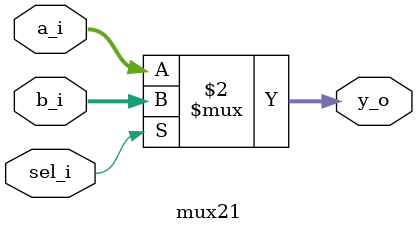
<source format=sv>
module mux21(a_i,b_i,sel_i,y_o);
input logic [7:0]a_i;
input logic [7:0]b_i;
input logic sel_i;

output logic [7:0]y_o;


always_comb begin

y_o=sel_i?b_i:a_i;


end

endmodule

</source>
